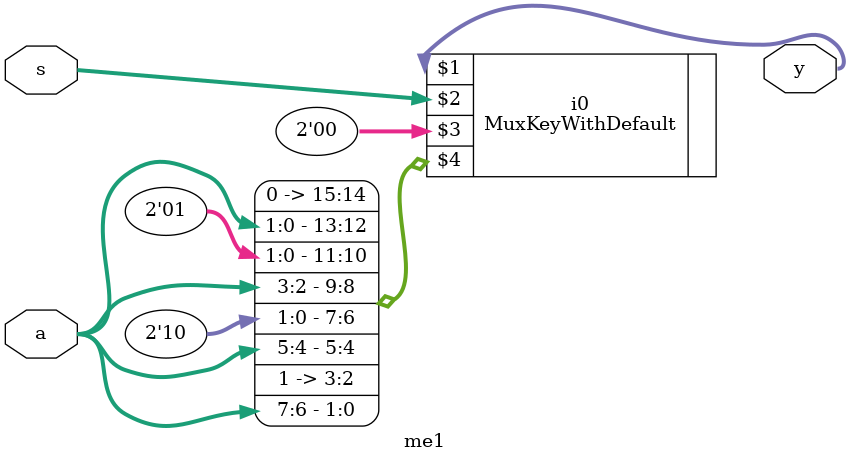
<source format=v>
module me1 (
	input [7:0] a,
	input [1:0] s,
	output [1:0] y
);
	MuxKeyWithDefault #(4,2,2) i0 (y ,s , 2'b00,{
		2'b00, a[1:0],
		2'b01, a[3:2],
		2'b10, a[5:4],
		2'b11, a[7:6]
	});
endmodule

</source>
